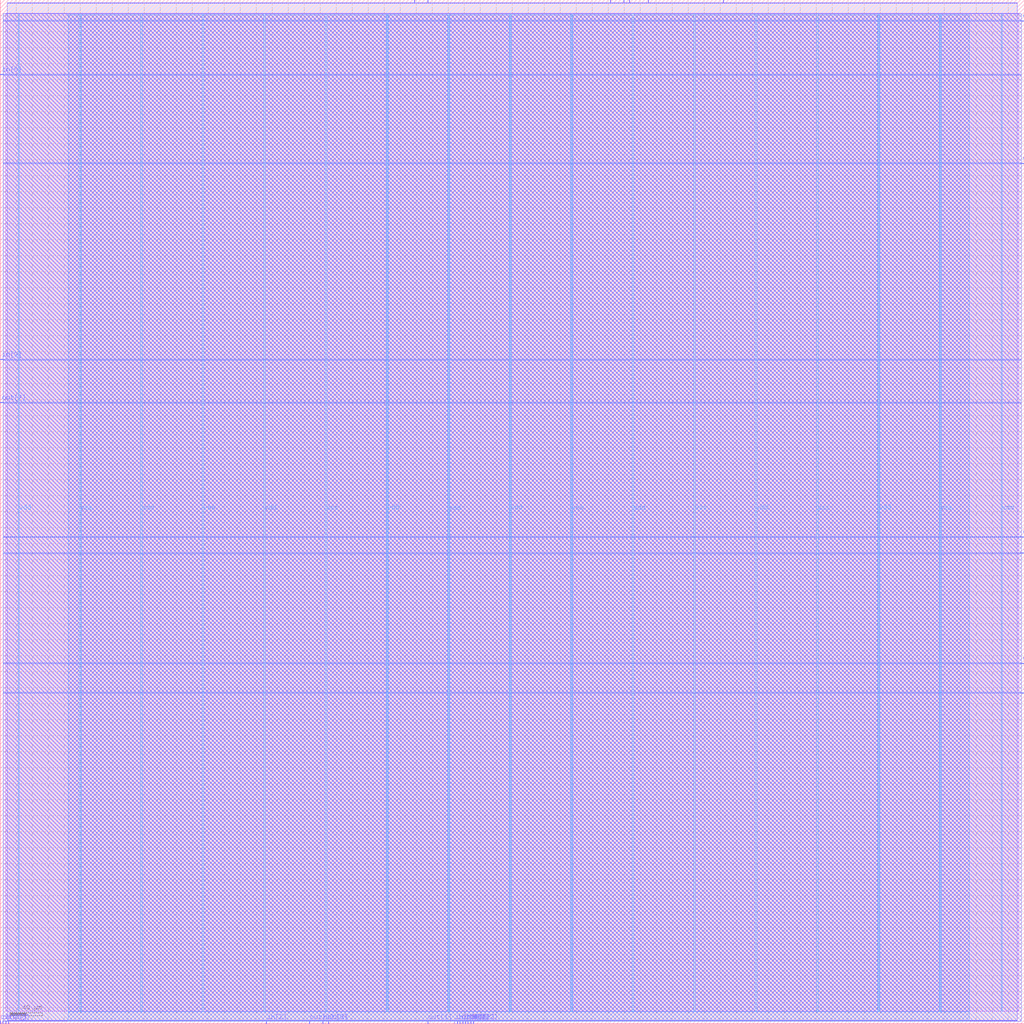
<source format=lef>
VERSION 5.7 ;
  NOWIREEXTENSIONATPIN ON ;
  DIVIDERCHAR "/" ;
  BUSBITCHARS "[]" ;
MACRO rotfpga2b
  CLASS BLOCK ;
  FOREIGN rotfpga2b ;
  ORIGIN 0.000 0.000 ;
  SIZE 1280.000 BY 1280.000 ;
  PIN clk
    DIRECTION INPUT ;
    USE SIGNAL ;
    PORT
      LAYER Metal2 ;
        RECT 0.000 0.000 0.560 4.000 ;
    END
  END clk
  PIN in[0]
    DIRECTION INPUT ;
    USE SIGNAL ;
    ANTENNAGATEAREA 0.498500 ;
    ANTENNADIFFAREA 0.410400 ;
    PORT
      LAYER Metal3 ;
        RECT 0.000 1186.080 4.000 1186.640 ;
    END
  END in[0]
  PIN in[10]
    DIRECTION INPUT ;
    USE SIGNAL ;
    ANTENNAGATEAREA 1.183000 ;
    ANTENNADIFFAREA 0.410400 ;
    PORT
      LAYER Metal2 ;
        RECT 567.840 0.000 568.400 4.000 ;
    END
  END in[10]
  PIN in[11]
    DIRECTION INPUT ;
    USE SIGNAL ;
    ANTENNAGATEAREA 1.102000 ;
    ANTENNADIFFAREA 0.410400 ;
    PORT
      LAYER Metal2 ;
        RECT 577.920 0.000 578.480 4.000 ;
    END
  END in[11]
  PIN in[12]
    DIRECTION INPUT ;
    USE SIGNAL ;
    ANTENNAGATEAREA 1.183000 ;
    ANTENNADIFFAREA 0.410400 ;
    PORT
      LAYER Metal2 ;
        RECT 591.360 0.000 591.920 4.000 ;
    END
  END in[12]
  PIN in[13]
    DIRECTION INPUT ;
    USE SIGNAL ;
    ANTENNAGATEAREA 1.102000 ;
    ANTENNADIFFAREA 0.410400 ;
    PORT
      LAYER Metal2 ;
        RECT 588.000 0.000 588.560 4.000 ;
    END
  END in[13]
  PIN in[14]
    DIRECTION INPUT ;
    USE SIGNAL ;
    ANTENNAGATEAREA 1.102000 ;
    ANTENNADIFFAREA 0.410400 ;
    PORT
      LAYER Metal2 ;
        RECT 581.280 0.000 581.840 4.000 ;
    END
  END in[14]
  PIN in[15]
    DIRECTION INPUT ;
    USE SIGNAL ;
    ANTENNAGATEAREA 1.183000 ;
    ANTENNADIFFAREA 0.410400 ;
    PORT
      LAYER Metal2 ;
        RECT 574.560 0.000 575.120 4.000 ;
    END
  END in[15]
  PIN in[16]
    DIRECTION INPUT ;
    USE SIGNAL ;
    ANTENNAGATEAREA 1.183000 ;
    ANTENNADIFFAREA 0.410400 ;
    PORT
      LAYER Metal2 ;
        RECT 571.200 0.000 571.760 4.000 ;
    END
  END in[16]
  PIN in[17]
    DIRECTION INPUT ;
    USE SIGNAL ;
    PORT
      LAYER Metal2 ;
        RECT 3.360 0.000 3.920 4.000 ;
    END
  END in[17]
  PIN in[18]
    DIRECTION INPUT ;
    USE SIGNAL ;
    PORT
      LAYER Metal2 ;
        RECT 6.720 0.000 7.280 4.000 ;
    END
  END in[18]
  PIN in[1]
    DIRECTION INPUT ;
    USE SIGNAL ;
    ANTENNAGATEAREA 1.102000 ;
    ANTENNADIFFAREA 0.410400 ;
    PORT
      LAYER Metal2 ;
        RECT 584.640 0.000 585.200 4.000 ;
    END
  END in[1]
  PIN in[2]
    DIRECTION INPUT ;
    USE SIGNAL ;
    ANTENNAGATEAREA 1.102000 ;
    ANTENNADIFFAREA 0.410400 ;
    PORT
      LAYER Metal2 ;
        RECT 332.640 0.000 333.200 4.000 ;
    END
  END in[2]
  PIN in[3]
    DIRECTION INPUT ;
    USE SIGNAL ;
    ANTENNAGATEAREA 1.102000 ;
    ANTENNADIFFAREA 0.410400 ;
    PORT
      LAYER Metal2 ;
        RECT 409.920 0.000 410.480 4.000 ;
    END
  END in[3]
  PIN in[4]
    DIRECTION INPUT ;
    USE SIGNAL ;
    ANTENNAGATEAREA 1.102000 ;
    ANTENNADIFFAREA 0.410400 ;
    PORT
      LAYER Metal3 ;
        RECT 1276.000 413.280 1280.000 413.840 ;
    END
  END in[4]
  PIN in[5]
    DIRECTION INPUT ;
    USE SIGNAL ;
    ANTENNAGATEAREA 1.102000 ;
    ANTENNADIFFAREA 0.410400 ;
    PORT
      LAYER Metal3 ;
        RECT 1276.000 588.000 1280.000 588.560 ;
    END
  END in[5]
  PIN in[6]
    DIRECTION INPUT ;
    USE SIGNAL ;
    ANTENNAGATEAREA 1.102000 ;
    ANTENNADIFFAREA 0.410400 ;
    PORT
      LAYER Metal2 ;
        RECT 779.520 1276.000 780.080 1280.000 ;
    END
  END in[6]
  PIN in[7]
    DIRECTION INPUT ;
    USE SIGNAL ;
    ANTENNAGATEAREA 0.726000 ;
    ANTENNADIFFAREA 0.410400 ;
    PORT
      LAYER Metal2 ;
        RECT 762.720 1276.000 763.280 1280.000 ;
    END
  END in[7]
  PIN in[8]
    DIRECTION INPUT ;
    USE SIGNAL ;
    ANTENNAGATEAREA 0.726000 ;
    ANTENNADIFFAREA 0.410400 ;
    PORT
      LAYER Metal2 ;
        RECT 517.440 1276.000 518.000 1280.000 ;
    END
  END in[8]
  PIN in[9]
    DIRECTION INPUT ;
    USE SIGNAL ;
    ANTENNAGATEAREA 0.726000 ;
    ANTENNADIFFAREA 0.410400 ;
    PORT
      LAYER Metal3 ;
        RECT 0.000 829.920 4.000 830.480 ;
    END
  END in[9]
  PIN out[0]
    DIRECTION OUTPUT TRISTATE ;
    USE SIGNAL ;
    ANTENNADIFFAREA 4.731200 ;
    PORT
      LAYER Metal2 ;
        RECT 386.400 0.000 386.960 4.000 ;
    END
  END out[0]
  PIN out[10]
    DIRECTION OUTPUT TRISTATE ;
    USE SIGNAL ;
    ANTENNADIFFAREA 0.360800 ;
    PORT
      LAYER Metal3 ;
        RECT 1276.000 1075.200 1280.000 1075.760 ;
    END
  END out[10]
  PIN out[11]
    DIRECTION OUTPUT TRISTATE ;
    USE SIGNAL ;
    ANTENNADIFFAREA 0.360800 ;
    PORT
      LAYER Metal3 ;
        RECT 1276.000 1253.280 1280.000 1253.840 ;
    END
  END out[11]
  PIN out[1]
    DIRECTION OUTPUT TRISTATE ;
    USE SIGNAL ;
    ANTENNADIFFAREA 4.731200 ;
    PORT
      LAYER Metal2 ;
        RECT 534.240 0.000 534.800 4.000 ;
    END
  END out[1]
  PIN out[2]
    DIRECTION OUTPUT TRISTATE ;
    USE SIGNAL ;
    ANTENNADIFFAREA 4.731200 ;
    PORT
      LAYER Metal3 ;
        RECT 1276.000 450.240 1280.000 450.800 ;
    END
  END out[2]
  PIN out[3]
    DIRECTION OUTPUT TRISTATE ;
    USE SIGNAL ;
    ANTENNADIFFAREA 4.731200 ;
    PORT
      LAYER Metal3 ;
        RECT 1276.000 608.160 1280.000 608.720 ;
    END
  END out[3]
  PIN out[4]
    DIRECTION OUTPUT TRISTATE ;
    USE SIGNAL ;
    ANTENNADIFFAREA 4.731200 ;
    PORT
      LAYER Metal2 ;
        RECT 809.760 1276.000 810.320 1280.000 ;
    END
  END out[4]
  PIN out[5]
    DIRECTION OUTPUT TRISTATE ;
    USE SIGNAL ;
    ANTENNADIFFAREA 4.731200 ;
    PORT
      LAYER Metal2 ;
        RECT 786.240 1276.000 786.800 1280.000 ;
    END
  END out[5]
  PIN out[6]
    DIRECTION OUTPUT TRISTATE ;
    USE SIGNAL ;
    ANTENNADIFFAREA 4.731200 ;
    PORT
      LAYER Metal2 ;
        RECT 534.240 1276.000 534.800 1280.000 ;
    END
  END out[6]
  PIN out[7]
    DIRECTION OUTPUT TRISTATE ;
    USE SIGNAL ;
    ANTENNADIFFAREA 4.731200 ;
    PORT
      LAYER Metal3 ;
        RECT 0.000 776.160 4.000 776.720 ;
    END
  END out[7]
  PIN out[8]
    DIRECTION OUTPUT TRISTATE ;
    USE SIGNAL ;
    ANTENNADIFFAREA 4.731200 ;
    PORT
      LAYER Metal2 ;
        RECT 403.200 0.000 403.760 4.000 ;
    END
  END out[8]
  PIN out[9]
    DIRECTION OUTPUT TRISTATE ;
    USE SIGNAL ;
    ANTENNADIFFAREA 0.360800 ;
    PORT
      LAYER Metal2 ;
        RECT 903.840 1276.000 904.400 1280.000 ;
    END
  END out[9]
  PIN rst_n
    DIRECTION INPUT ;
    USE SIGNAL ;
    PORT
      LAYER Metal2 ;
        RECT 10.080 0.000 10.640 4.000 ;
    END
  END rst_n
  PIN vdd
    DIRECTION INOUT ;
    USE POWER ;
    PORT
      LAYER Metal4 ;
        RECT 22.240 15.380 23.840 1262.540 ;
    END
    PORT
      LAYER Metal4 ;
        RECT 175.840 15.380 177.440 1262.540 ;
    END
    PORT
      LAYER Metal4 ;
        RECT 329.440 15.380 331.040 1262.540 ;
    END
    PORT
      LAYER Metal4 ;
        RECT 483.040 15.380 484.640 1262.540 ;
    END
    PORT
      LAYER Metal4 ;
        RECT 636.640 15.380 638.240 1262.540 ;
    END
    PORT
      LAYER Metal4 ;
        RECT 790.240 15.380 791.840 1262.540 ;
    END
    PORT
      LAYER Metal4 ;
        RECT 943.840 15.380 945.440 1262.540 ;
    END
    PORT
      LAYER Metal4 ;
        RECT 1097.440 15.380 1099.040 1262.540 ;
    END
    PORT
      LAYER Metal4 ;
        RECT 1251.040 15.380 1252.640 1262.540 ;
    END
  END vdd
  PIN vss
    DIRECTION INOUT ;
    USE GROUND ;
    PORT
      LAYER Metal4 ;
        RECT 99.040 15.380 100.640 1262.540 ;
    END
    PORT
      LAYER Metal4 ;
        RECT 252.640 15.380 254.240 1262.540 ;
    END
    PORT
      LAYER Metal4 ;
        RECT 406.240 15.380 407.840 1262.540 ;
    END
    PORT
      LAYER Metal4 ;
        RECT 559.840 15.380 561.440 1262.540 ;
    END
    PORT
      LAYER Metal4 ;
        RECT 713.440 15.380 715.040 1262.540 ;
    END
    PORT
      LAYER Metal4 ;
        RECT 867.040 15.380 868.640 1262.540 ;
    END
    PORT
      LAYER Metal4 ;
        RECT 1020.640 15.380 1022.240 1262.540 ;
    END
    PORT
      LAYER Metal4 ;
        RECT 1174.240 15.380 1175.840 1262.540 ;
    END
  END vss
  OBS
      LAYER Metal1 ;
        RECT 6.720 15.380 1272.880 1263.210 ;
      LAYER Metal2 ;
        RECT 8.540 1275.700 517.140 1276.000 ;
        RECT 518.300 1275.700 533.940 1276.000 ;
        RECT 535.100 1275.700 762.420 1276.000 ;
        RECT 763.580 1275.700 779.220 1276.000 ;
        RECT 780.380 1275.700 785.940 1276.000 ;
        RECT 787.100 1275.700 809.460 1276.000 ;
        RECT 810.620 1275.700 903.540 1276.000 ;
        RECT 904.700 1275.700 1271.060 1276.000 ;
        RECT 8.540 4.300 1271.060 1275.700 ;
        RECT 8.540 3.450 9.780 4.300 ;
        RECT 10.940 3.450 332.340 4.300 ;
        RECT 333.500 3.450 386.100 4.300 ;
        RECT 387.260 3.450 402.900 4.300 ;
        RECT 404.060 3.450 409.620 4.300 ;
        RECT 410.780 3.450 533.940 4.300 ;
        RECT 535.100 3.450 567.540 4.300 ;
        RECT 568.700 3.450 570.900 4.300 ;
        RECT 572.060 3.450 574.260 4.300 ;
        RECT 575.420 3.450 577.620 4.300 ;
        RECT 578.780 3.450 580.980 4.300 ;
        RECT 582.140 3.450 584.340 4.300 ;
        RECT 585.500 3.450 587.700 4.300 ;
        RECT 588.860 3.450 591.060 4.300 ;
        RECT 592.220 3.450 1271.060 4.300 ;
      LAYER Metal3 ;
        RECT 4.000 1254.140 1276.000 1262.380 ;
        RECT 4.000 1252.980 1275.700 1254.140 ;
        RECT 4.000 1186.940 1276.000 1252.980 ;
        RECT 4.300 1185.780 1276.000 1186.940 ;
        RECT 4.000 1076.060 1276.000 1185.780 ;
        RECT 4.000 1074.900 1275.700 1076.060 ;
        RECT 4.000 830.780 1276.000 1074.900 ;
        RECT 4.300 829.620 1276.000 830.780 ;
        RECT 4.000 777.020 1276.000 829.620 ;
        RECT 4.300 775.860 1276.000 777.020 ;
        RECT 4.000 609.020 1276.000 775.860 ;
        RECT 4.000 607.860 1275.700 609.020 ;
        RECT 4.000 588.860 1276.000 607.860 ;
        RECT 4.000 587.700 1275.700 588.860 ;
        RECT 4.000 451.100 1276.000 587.700 ;
        RECT 4.000 449.940 1275.700 451.100 ;
        RECT 4.000 414.140 1276.000 449.940 ;
        RECT 4.000 412.980 1275.700 414.140 ;
        RECT 4.000 2.940 1276.000 412.980 ;
      LAYER Metal4 ;
        RECT 84.700 15.080 98.740 1261.030 ;
        RECT 100.940 15.080 175.540 1261.030 ;
        RECT 177.740 15.080 252.340 1261.030 ;
        RECT 254.540 15.080 329.140 1261.030 ;
        RECT 331.340 15.080 405.940 1261.030 ;
        RECT 408.140 15.080 482.740 1261.030 ;
        RECT 484.940 15.080 559.540 1261.030 ;
        RECT 561.740 15.080 636.340 1261.030 ;
        RECT 638.540 15.080 713.140 1261.030 ;
        RECT 715.340 15.080 789.940 1261.030 ;
        RECT 792.140 15.080 866.740 1261.030 ;
        RECT 868.940 15.080 943.540 1261.030 ;
        RECT 945.740 15.080 1020.340 1261.030 ;
        RECT 1022.540 15.080 1097.140 1261.030 ;
        RECT 1099.340 15.080 1173.940 1261.030 ;
        RECT 1176.140 15.080 1211.140 1261.030 ;
        RECT 84.700 2.890 1211.140 15.080 ;
  END
END rotfpga2b
END LIBRARY


</source>
